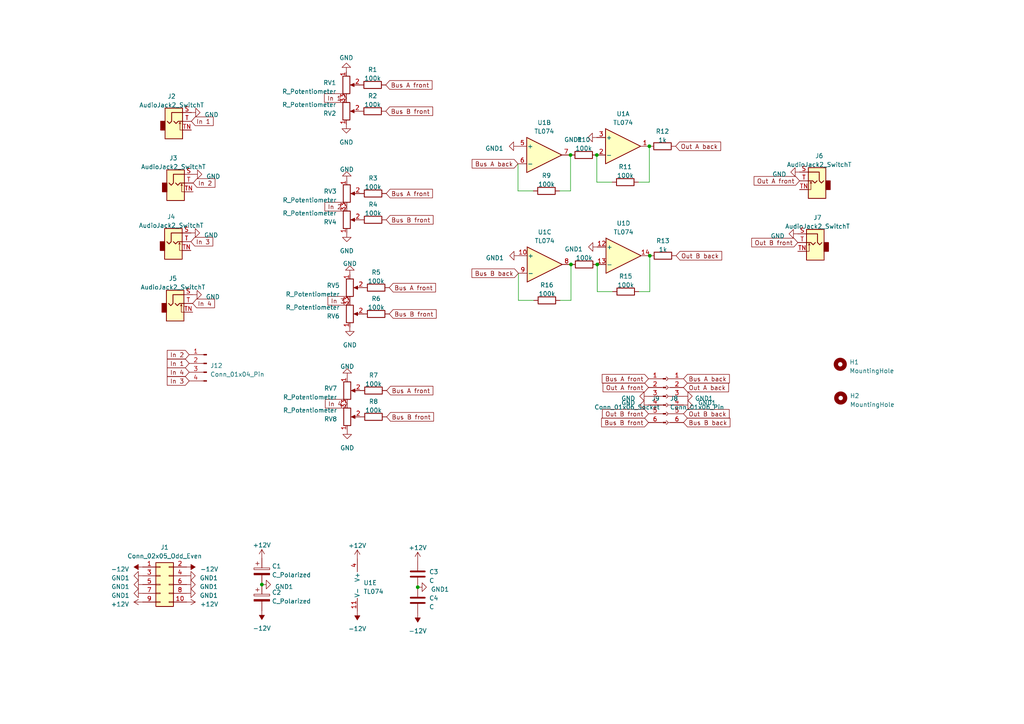
<source format=kicad_sch>
(kicad_sch (version 20230121) (generator eeschema)
  (paper "A4")
  (lib_symbols
    (symbol "Amplifier_Operational:TL074" (pin_names (offset 0.127))
      (property "Reference" "U" (at 0 5.08 0))
      (property "Value" "TL074" (at 0 -5.08 0))
      (symbol "TL074_1_1"
        (polyline (pts (xy -5.08 5.08) (xy 5.08 0) (xy -5.08 -5.08) (xy -5.08 5.08)) (stroke (width 0.254)) (fill (type background)))
        (pin output line (at 7.62 0 180) (length 2.54) (name "~") (number "1"))
        (pin input line (at -7.62 -2.54 0) (length 2.54) (name "-") (number "2"))
        (pin input line (at -7.62 2.54 0) (length 2.54) (name "+") (number "3"))
      )
      (symbol "TL074_2_1"
        (polyline (pts (xy -5.08 5.08) (xy 5.08 0) (xy -5.08 -5.08) (xy -5.08 5.08)) (stroke (width 0.254)) (fill (type background)))
        (pin input line (at -7.62 2.54 0) (length 2.54) (name "+") (number "5"))
        (pin input line (at -7.62 -2.54 0) (length 2.54) (name "-") (number "6"))
        (pin output line (at 7.62 0 180) (length 2.54) (name "~") (number "7"))
      )
      (symbol "TL074_3_1"
        (polyline (pts (xy -5.08 5.08) (xy 5.08 0) (xy -5.08 -5.08) (xy -5.08 5.08)) (stroke (width 0.254)) (fill (type background)))
        (pin input line (at -7.62 2.54 0) (length 2.54) (name "+") (number "10"))
        (pin output line (at 7.62 0 180) (length 2.54) (name "~") (number "8"))
        (pin input line (at -7.62 -2.54 0) (length 2.54) (name "-") (number "9"))
      )
      (symbol "TL074_4_1"
        (polyline (pts (xy -5.08 5.08) (xy 5.08 0) (xy -5.08 -5.08) (xy -5.08 5.08)) (stroke (width 0.254)) (fill (type background)))
        (pin input line (at -7.62 2.54 0) (length 2.54) (name "+") (number "12"))
        (pin input line (at -7.62 -2.54 0) (length 2.54) (name "-") (number "13"))
        (pin output line (at 7.62 0 180) (length 2.54) (name "~") (number "14"))
      )
      (symbol "TL074_5_1"
        (pin power_in line (at -2.54 -7.62 90) (length 3.81) (name "V-") (number "11"))
        (pin power_in line (at -2.54 7.62 270) (length 3.81) (name "V+") (number "4"))
      )
    )
    (symbol "Connector:Conn_01x04_Pin" (pin_names (offset 1.016) hide)
      (property "Reference" "J" (at 0 5.08 0))
      (property "Value" "Conn_01x04_Pin" (at 0 -7.62 0))
      (symbol "Conn_01x04_Pin_1_1"
        (polyline (pts (xy 1.27 -5.08) (xy 0.8636 -5.08)) (stroke (width 0.1524)))
        (polyline (pts (xy 1.27 -2.54) (xy 0.8636 -2.54)) (stroke (width 0.1524)))
        (polyline (pts (xy 1.27 0) (xy 0.8636 0)) (stroke (width 0.1524)))
        (polyline (pts (xy 1.27 2.54) (xy 0.8636 2.54)) (stroke (width 0.1524)))
        (rectangle (start 0.8636 -4.953) (end 0 -5.207) (stroke (width 0.1524)) (fill (type outline)))
        (rectangle (start 0.8636 -2.413) (end 0 -2.667) (stroke (width 0.1524)) (fill (type outline)))
        (rectangle (start 0.8636 0.127) (end 0 -0.127) (stroke (width 0.1524)) (fill (type outline)))
        (rectangle (start 0.8636 2.667) (end 0 2.413) (stroke (width 0.1524)) (fill (type outline)))
        (pin passive line (at 5.08 2.54 180) (length 3.81) (name "Pin_1") (number "1"))
        (pin passive line (at 5.08 0 180) (length 3.81) (name "Pin_2") (number "2"))
        (pin passive line (at 5.08 -2.54 180) (length 3.81) (name "Pin_3") (number "3"))
        (pin passive line (at 5.08 -5.08 180) (length 3.81) (name "Pin_4") (number "4"))
      )
    )
    (symbol "Connector:Conn_01x06_Pin" (pin_names (offset 1.016) hide)
      (property "Reference" "J" (at 0 7.62 0))
      (property "Value" "Conn_01x06_Pin" (at 0 -10.16 0))
      (symbol "Conn_01x06_Pin_1_1"
        (polyline (pts (xy 1.27 -7.62) (xy 0.8636 -7.62)) (stroke (width 0.1524)))
        (polyline (pts (xy 1.27 -5.08) (xy 0.8636 -5.08)) (stroke (width 0.1524)))
        (polyline (pts (xy 1.27 -2.54) (xy 0.8636 -2.54)) (stroke (width 0.1524)))
        (polyline (pts (xy 1.27 0) (xy 0.8636 0)) (stroke (width 0.1524)))
        (polyline (pts (xy 1.27 2.54) (xy 0.8636 2.54)) (stroke (width 0.1524)))
        (polyline (pts (xy 1.27 5.08) (xy 0.8636 5.08)) (stroke (width 0.1524)))
        (rectangle (start 0.8636 -7.493) (end 0 -7.747) (stroke (width 0.1524)) (fill (type outline)))
        (rectangle (start 0.8636 -4.953) (end 0 -5.207) (stroke (width 0.1524)) (fill (type outline)))
        (rectangle (start 0.8636 -2.413) (end 0 -2.667) (stroke (width 0.1524)) (fill (type outline)))
        (rectangle (start 0.8636 0.127) (end 0 -0.127) (stroke (width 0.1524)) (fill (type outline)))
        (rectangle (start 0.8636 2.667) (end 0 2.413) (stroke (width 0.1524)) (fill (type outline)))
        (rectangle (start 0.8636 5.207) (end 0 4.953) (stroke (width 0.1524)) (fill (type outline)))
        (pin passive line (at 5.08 5.08 180) (length 3.81) (name "Pin_1") (number "1"))
        (pin passive line (at 5.08 2.54 180) (length 3.81) (name "Pin_2") (number "2"))
        (pin passive line (at 5.08 0 180) (length 3.81) (name "Pin_3") (number "3"))
        (pin passive line (at 5.08 -2.54 180) (length 3.81) (name "Pin_4") (number "4"))
        (pin passive line (at 5.08 -5.08 180) (length 3.81) (name "Pin_5") (number "5"))
        (pin passive line (at 5.08 -7.62 180) (length 3.81) (name "Pin_6") (number "6"))
      )
    )
    (symbol "Connector:Conn_01x06_Socket" (pin_names (offset 1.016) hide)
      (property "Reference" "J" (at 0 7.62 0))
      (property "Value" "Conn_01x06_Socket" (at 0 -10.16 0))
      (symbol "Conn_01x06_Socket_1_1"
        (arc (start 0 -7.112) (mid -0.5058 -7.62) (end 0 -8.128) (stroke (width 0.1524)))
        (arc (start 0 -4.572) (mid -0.5058 -5.08) (end 0 -5.588) (stroke (width 0.1524)))
        (arc (start 0 -2.032) (mid -0.5058 -2.54) (end 0 -3.048) (stroke (width 0.1524)))
        (polyline (pts (xy -1.27 -7.62) (xy -0.508 -7.62)) (stroke (width 0.1524)))
        (polyline (pts (xy -1.27 -5.08) (xy -0.508 -5.08)) (stroke (width 0.1524)))
        (polyline (pts (xy -1.27 -2.54) (xy -0.508 -2.54)) (stroke (width 0.1524)))
        (polyline (pts (xy -1.27 0) (xy -0.508 0)) (stroke (width 0.1524)))
        (polyline (pts (xy -1.27 2.54) (xy -0.508 2.54)) (stroke (width 0.1524)))
        (polyline (pts (xy -1.27 5.08) (xy -0.508 5.08)) (stroke (width 0.1524)))
        (arc (start 0 0.508) (mid -0.5058 0) (end 0 -0.508) (stroke (width 0.1524)))
        (arc (start 0 3.048) (mid -0.5058 2.54) (end 0 2.032) (stroke (width 0.1524)))
        (arc (start 0 5.588) (mid -0.5058 5.08) (end 0 4.572) (stroke (width 0.1524)))
        (pin passive line (at -5.08 5.08 0) (length 3.81) (name "Pin_1") (number "1"))
        (pin passive line (at -5.08 2.54 0) (length 3.81) (name "Pin_2") (number "2"))
        (pin passive line (at -5.08 0 0) (length 3.81) (name "Pin_3") (number "3"))
        (pin passive line (at -5.08 -2.54 0) (length 3.81) (name "Pin_4") (number "4"))
        (pin passive line (at -5.08 -5.08 0) (length 3.81) (name "Pin_5") (number "5"))
        (pin passive line (at -5.08 -7.62 0) (length 3.81) (name "Pin_6") (number "6"))
      )
    )
    (symbol "Connector_Audio:AudioJack2_SwitchT"
      (property "Reference" "J" (at 0 8.89 0))
      (property "Value" "AudioJack2_SwitchT" (at 0 6.35 0))
      (symbol "AudioJack2_SwitchT_0_1"
        (rectangle (start -2.54 0) (end -3.81 -2.54) (stroke (width 0.254)) (fill (type outline)))
        (polyline (pts (xy 1.778 -0.254) (xy 2.032 -0.762)))
        (polyline (pts (xy 0 0) (xy 0.635 -0.635) (xy 1.27 0) (xy 2.54 0)) (stroke (width 0.254)))
        (polyline (pts (xy 2.54 -2.54) (xy 1.778 -2.54) (xy 1.778 -0.254) (xy 1.524 -0.762)))
        (polyline (pts (xy 2.54 2.54) (xy -0.635 2.54) (xy -0.635 0) (xy -1.27 -0.635) (xy -1.905 0)) (stroke (width 0.254)))
        (rectangle (start 2.54 3.81) (end -2.54 -5.08) (stroke (width 0.254)) (fill (type background)))
      )
      (symbol "AudioJack2_SwitchT_1_1"
        (pin passive line (at 5.08 2.54 180) (length 2.54) (name "~") (number "S"))
        (pin passive line (at 5.08 0 180) (length 2.54) (name "~") (number "T"))
        (pin passive line (at 5.08 -2.54 180) (length 2.54) (name "~") (number "TN"))
      )
    )
    (symbol "Connector_Generic:Conn_02x05_Odd_Even" (pin_names (offset 1.016) hide)
      (property "Reference" "J" (at 1.27 7.62 0))
      (property "Value" "Conn_02x05_Odd_Even" (at 1.27 -7.62 0))
      (symbol "Conn_02x05_Odd_Even_1_1"
        (rectangle (start -1.27 -4.953) (end 0 -5.207) (stroke (width 0.1524)))
        (rectangle (start -1.27 -2.413) (end 0 -2.667) (stroke (width 0.1524)))
        (rectangle (start -1.27 0.127) (end 0 -0.127) (stroke (width 0.1524)))
        (rectangle (start -1.27 2.667) (end 0 2.413) (stroke (width 0.1524)))
        (rectangle (start -1.27 5.207) (end 0 4.953) (stroke (width 0.1524)))
        (rectangle (start -1.27 6.35) (end 3.81 -6.35) (stroke (width 0.254)) (fill (type background)))
        (rectangle (start 3.81 -4.953) (end 2.54 -5.207) (stroke (width 0.1524)))
        (rectangle (start 3.81 -2.413) (end 2.54 -2.667) (stroke (width 0.1524)))
        (rectangle (start 3.81 0.127) (end 2.54 -0.127) (stroke (width 0.1524)))
        (rectangle (start 3.81 2.667) (end 2.54 2.413) (stroke (width 0.1524)))
        (rectangle (start 3.81 5.207) (end 2.54 4.953) (stroke (width 0.1524)))
        (pin passive line (at -5.08 5.08 0) (length 3.81) (name "Pin_1") (number "1"))
        (pin passive line (at 7.62 -5.08 180) (length 3.81) (name "Pin_10") (number "10"))
        (pin passive line (at 7.62 5.08 180) (length 3.81) (name "Pin_2") (number "2"))
        (pin passive line (at -5.08 2.54 0) (length 3.81) (name "Pin_3") (number "3"))
        (pin passive line (at 7.62 2.54 180) (length 3.81) (name "Pin_4") (number "4"))
        (pin passive line (at -5.08 0 0) (length 3.81) (name "Pin_5") (number "5"))
        (pin passive line (at 7.62 0 180) (length 3.81) (name "Pin_6") (number "6"))
        (pin passive line (at -5.08 -2.54 0) (length 3.81) (name "Pin_7") (number "7"))
        (pin passive line (at 7.62 -2.54 180) (length 3.81) (name "Pin_8") (number "8"))
        (pin passive line (at -5.08 -5.08 0) (length 3.81) (name "Pin_9") (number "9"))
      )
    )
    (symbol "Device:C" (pin_numbers hide) (pin_names (offset 0.254))
      (property "Reference" "C" (at 0.635 2.54 0))
      (property "Value" "C" (at 0.635 -2.54 0))
      (symbol "C_0_1"
        (polyline (pts (xy -2.032 -0.762) (xy 2.032 -0.762)) (stroke (width 0.508)))
        (polyline (pts (xy -2.032 0.762) (xy 2.032 0.762)) (stroke (width 0.508)))
      )
      (symbol "C_1_1"
        (pin passive line (at 0 3.81 270) (length 2.794) (name "~") (number "1"))
        (pin passive line (at 0 -3.81 90) (length 2.794) (name "~") (number "2"))
      )
    )
    (symbol "Device:C_Polarized" (pin_numbers hide) (pin_names (offset 0.254))
      (property "Reference" "C" (at 0.635 2.54 0))
      (property "Value" "C_Polarized" (at 0.635 -2.54 0))
      (symbol "C_Polarized_0_1"
        (rectangle (start -2.286 0.508) (end 2.286 1.016))
        (polyline (pts (xy -1.778 2.286) (xy -0.762 2.286)))
        (polyline (pts (xy -1.27 2.794) (xy -1.27 1.778)))
        (rectangle (start 2.286 -0.508) (end -2.286 -1.016) (fill (type outline)))
      )
      (symbol "C_Polarized_1_1"
        (pin passive line (at 0 3.81 270) (length 2.794) (name "~") (number "1"))
        (pin passive line (at 0 -3.81 90) (length 2.794) (name "~") (number "2"))
      )
    )
    (symbol "Device:R" (pin_numbers hide) (pin_names (offset 0))
      (property "Reference" "R" (at 2.032 0 90))
      (property "Value" "R" (at 0 0 90))
      (symbol "R_0_1"
        (rectangle (start -1.016 -2.54) (end 1.016 2.54) (stroke (width 0.254)))
      )
      (symbol "R_1_1"
        (pin passive line (at 0 3.81 270) (length 1.27) (name "~") (number "1"))
        (pin passive line (at 0 -3.81 90) (length 1.27) (name "~") (number "2"))
      )
    )
    (symbol "Device:R_Potentiometer" (pin_names (offset 1.016) hide)
      (property "Reference" "RV" (at -4.445 0 90))
      (property "Value" "R_Potentiometer" (at -2.54 0 90))
      (symbol "R_Potentiometer_0_1"
        (polyline (pts (xy 2.54 0) (xy 1.524 0)))
        (polyline (pts (xy 1.143 0) (xy 2.286 0.508) (xy 2.286 -0.508) (xy 1.143 0)) (fill (type outline)))
        (rectangle (start 1.016 2.54) (end -1.016 -2.54) (stroke (width 0.254)))
      )
      (symbol "R_Potentiometer_1_1"
        (pin passive line (at 0 3.81 270) (length 1.27) (name "1") (number "1"))
        (pin passive line (at 3.81 0 180) (length 1.27) (name "2") (number "2"))
        (pin passive line (at 0 -3.81 90) (length 1.27) (name "3") (number "3"))
      )
    )
    (symbol "Mechanical:MountingHole" (pin_names (offset 1.016))
      (property "Reference" "H" (at 0 5.08 0))
      (property "Value" "MountingHole" (at 0 3.175 0))
      (symbol "MountingHole_0_1"
        (circle (center 0 0) (radius 1.27) (stroke (width 1.27)))
      )
    )
    (symbol "power:+12V" (power) (pin_names (offset 0))
      (property "Value" "+12V" (at 0 3.556 0))
      (symbol "+12V_0_1"
        (polyline (pts (xy -0.762 1.27) (xy 0 2.54)))
        (polyline (pts (xy 0 0) (xy 0 2.54)))
        (polyline (pts (xy 0 2.54) (xy 0.762 1.27)))
      )
      (symbol "+12V_1_1"
        (pin power_in line (at 0 0 90) (length 0) hide (name "+12V") (number "1"))
      )
    )
    (symbol "power:-12V" (power) (pin_names (offset 0))
      (property "Value" "-12V" (at 0 3.81 0))
      (symbol "-12V_0_0"
        (pin power_in line (at 0 0 90) (length 0) hide (name "-12V") (number "1"))
      )
      (symbol "-12V_0_1"
        (polyline (pts (xy 0 0) (xy 0 1.27) (xy 0.762 1.27) (xy 0 2.54) (xy -0.762 1.27) (xy 0 1.27)) (fill (type outline)))
      )
    )
    (symbol "power:GND" (power) (pin_names (offset 0))
      (property "Value" "GND" (at 0 -3.81 0))
      (symbol "GND_0_1"
        (polyline (pts (xy 0 0) (xy 0 -1.27) (xy 1.27 -1.27) (xy 0 -2.54) (xy -1.27 -1.27) (xy 0 -1.27)))
      )
      (symbol "GND_1_1"
        (pin power_in line (at 0 0 270) (length 0) hide (name "GND") (number "1"))
      )
    )
    (symbol "power:GND1" (power) (pin_names (offset 0))
      (property "Value" "GND1" (at 0 -3.81 0))
      (symbol "GND1_0_1"
        (polyline (pts (xy 0 0) (xy 0 -1.27) (xy 1.27 -1.27) (xy 0 -2.54) (xy -1.27 -1.27) (xy 0 -1.27)))
      )
      (symbol "GND1_1_1"
        (pin power_in line (at 0 0 270) (length 0) hide (name "GND1") (number "1"))
      )
    )
  )
  (junction (at 188.468 74.168))
  (junction (at 75.946 169.545))
  (junction (at 173.228 76.708))
  (junction (at 165.481 44.958))
  (junction (at 121.158 170.307))
  (junction (at 173.101 44.958))
  (junction (at 188.341 42.418))
  (junction (at 165.608 76.708))
  (wire (pts (xy 173.228 76.708) (xy 173.228 84.582)))
  (wire (pts (xy 185.166 52.832) (xy 188.341 52.832)))
  (wire (pts (xy 150.241 47.498) (xy 150.241 55.372)))
  (wire (pts (xy 162.306 55.372) (xy 165.481 55.372)))
  (wire (pts (xy 150.241 55.372) (xy 154.686 55.372)))
  (wire (pts (xy 150.368 79.248) (xy 150.368 87.122)))
  (wire (pts (xy 165.481 55.372) (xy 165.481 44.958)))
  (wire (pts (xy 150.368 87.122) (xy 154.813 87.122)))
  (wire (pts (xy 173.101 44.958) (xy 173.101 52.832)))
  (wire (pts (xy 162.433 87.122) (xy 165.608 87.122)))
  (wire (pts (xy 173.101 52.832) (xy 177.546 52.832)))
  (wire (pts (xy 165.608 87.122) (xy 165.608 76.708)))
  (wire (pts (xy 188.468 84.582) (xy 188.468 74.168)))
  (wire (pts (xy 185.293 84.582) (xy 188.468 84.582)))
  (wire (pts (xy 188.341 52.832) (xy 188.341 42.418)))
  (wire (pts (xy 173.228 84.582) (xy 177.673 84.582)))
  (global_label "In 1" (shape input) (at 100.457 28.448 180) (property "Intersheetrefs" "${INTERSHEET_REFS}" (effects hide)))
  (global_label "Out A front" (shape input) (at 231.902 52.451 180) (property "Intersheetrefs" "${INTERSHEET_REFS}" (effects hide)))
  (global_label "Bus A front" (shape input) (at 112.014 56.134 0) (property "Intersheetrefs" "${INTERSHEET_REFS}" (effects hide)))
  (global_label "Bus B front" (shape input) (at 112.014 63.754 0) (property "Intersheetrefs" "${INTERSHEET_REFS}" (effects hide)))
  (global_label "In 4" (shape input) (at 55.88 88.011 0) (property "Intersheetrefs" "${INTERSHEET_REFS}" (effects hide)))
  (global_label "In 3" (shape input) (at 54.864 110.49 180) (property "Intersheetrefs" "${INTERSHEET_REFS}" (effects hide)))
  (global_label "Out A back" (shape input) (at 198.247 112.395 0) (property "Intersheetrefs" "${INTERSHEET_REFS}" (effects hide)))
  (global_label "Bus B back" (shape input) (at 198.247 122.555 0) (property "Intersheetrefs" "${INTERSHEET_REFS}" (effects hide)))
  (global_label "Bus B front" (shape input) (at 112.903 91.059 0) (property "Intersheetrefs" "${INTERSHEET_REFS}" (effects hide)))
  (global_label "Out B front" (shape input) (at 188.087 120.015 180) (property "Intersheetrefs" "${INTERSHEET_REFS}" (effects hide)))
  (global_label "Bus B front" (shape input) (at 188.087 122.555 180) (property "Intersheetrefs" "${INTERSHEET_REFS}" (effects hide)))
  (global_label "Bus A front" (shape input) (at 112.141 113.284 0) (property "Intersheetrefs" "${INTERSHEET_REFS}" (effects hide)))
  (global_label "Out B front" (shape input) (at 231.394 70.358 180) (property "Intersheetrefs" "${INTERSHEET_REFS}" (effects hide)))
  (global_label "In 3" (shape input) (at 101.473 87.249 180) (property "Intersheetrefs" "${INTERSHEET_REFS}" (effects hide)))
  (global_label "Bus B front" (shape input) (at 112.141 120.904 0) (property "Intersheetrefs" "${INTERSHEET_REFS}" (effects hide)))
  (global_label "Bus A front" (shape input) (at 188.087 109.855 180) (property "Intersheetrefs" "${INTERSHEET_REFS}" (effects hide)))
  (global_label "Bus B back" (shape input) (at 150.368 79.248 180) (property "Intersheetrefs" "${INTERSHEET_REFS}" (effects hide)))
  (global_label "In 4" (shape input) (at 100.711 117.094 180) (property "Intersheetrefs" "${INTERSHEET_REFS}" (effects hide)))
  (global_label "Out B back" (shape input) (at 196.088 74.168 0) (property "Intersheetrefs" "${INTERSHEET_REFS}" (effects hide)))
  (global_label "In 4" (shape input) (at 54.864 107.95 180) (property "Intersheetrefs" "${INTERSHEET_REFS}" (effects hide)))
  (global_label "In 3" (shape input) (at 55.372 70.104 0) (property "Intersheetrefs" "${INTERSHEET_REFS}" (effects hide)))
  (global_label "In 2" (shape input) (at 56.007 53.086 0) (property "Intersheetrefs" "${INTERSHEET_REFS}" (effects hide)))
  (global_label "Bus A front" (shape input) (at 111.887 24.638 0) (property "Intersheetrefs" "${INTERSHEET_REFS}" (effects hide)))
  (global_label "Bus A back" (shape input) (at 150.241 47.498 180) (property "Intersheetrefs" "${INTERSHEET_REFS}" (effects hide)))
  (global_label "Out A back" (shape input) (at 195.961 42.418 0) (property "Intersheetrefs" "${INTERSHEET_REFS}" (effects hide)))
  (global_label "Out B back" (shape input) (at 198.247 120.015 0) (property "Intersheetrefs" "${INTERSHEET_REFS}" (effects hide)))
  (global_label "In 2" (shape input) (at 100.584 59.944 180) (property "Intersheetrefs" "${INTERSHEET_REFS}" (effects hide)))
  (global_label "In 1" (shape input) (at 55.499 35.179 0) (property "Intersheetrefs" "${INTERSHEET_REFS}" (effects hide)))
  (global_label "Out A front" (shape input) (at 188.087 112.395 180) (property "Intersheetrefs" "${INTERSHEET_REFS}" (effects hide)))
  (global_label "Bus A front" (shape input) (at 112.903 83.439 0) (property "Intersheetrefs" "${INTERSHEET_REFS}" (effects hide)))
  (global_label "Bus B front" (shape input) (at 111.887 32.258 0) (property "Intersheetrefs" "${INTERSHEET_REFS}" (effects hide)))
  (global_label "In 1" (shape input) (at 54.864 105.41 180) (property "Intersheetrefs" "${INTERSHEET_REFS}" (effects hide)))
  (global_label "In 2" (shape input) (at 54.864 102.87 180) (property "Intersheetrefs" "${INTERSHEET_REFS}" (effects hide)))
  (global_label "Bus A back" (shape input) (at 198.247 109.855 0) (property "Intersheetrefs" "${INTERSHEET_REFS}" (effects hide)))
  (symbol (lib_id "Device:R") (at 158.496 55.372 90) (unit 1)
    (property "Reference" "R9" (at 158.496 50.927 90))
    (property "Value" "100k" (at 158.496 53.467 90))
    (property "Footprint" "Resistor_SMD:R_0805_2012Metric_Pad1.20x1.40mm_HandSolder" (effects hide))
  )
  (symbol (lib_id "Device:R") (at 181.356 52.832 90) (unit 1)
    (property "Reference" "R11" (at 181.356 48.387 90))
    (property "Value" "100k" (at 181.356 50.927 90))
    (property "Footprint" "Resistor_SMD:R_0805_2012Metric_Pad1.20x1.40mm_HandSolder" (effects hide))
  )
  (symbol (lib_id "power:GND1") (at 41.402 169.545 270) (mirror x) (unit 1)
    (property "Reference" "#PWR010" (effects hide))
    (property "Value" "GND1" (at 37.592 170.18 90) (effects (justify right)))
  )
  (symbol (lib_id "power:GND") (at 100.457 20.828 180) (unit 1)
    (property "Reference" "#PWR018" (effects hide))
    (property "Value" "GND" (at 100.457 16.764 0))
  )
  (symbol (lib_id "Amplifier_Operational:TL074") (at 180.721 42.418 0) (unit 1)
    (property "Reference" "U1" (at 180.721 33.02 0))
    (property "Value" "TL074" (at 180.721 35.56 0))
    (property "Footprint" "Package_SO:SOIC-14_3.9x8.7mm_P1.27mm" (effects hide))
    (property "Datasheet" "http://www.ti.com/lit/ds/symlink/tl071.pdf" (effects hide))
  )
  (symbol (lib_id "power:GND") (at 101.473 94.869 0) (unit 1)
    (property "Reference" "#PWR023" (effects hide))
    (property "Value" "GND" (at 101.473 100.076 0))
  )
  (symbol (lib_id "power:GND1") (at 173.101 39.878 270) (unit 1)
    (property "Reference" "#PWR029" (effects hide))
    (property "Value" "GND1" (at 168.91 40.513 90) (effects (justify right)))
  )
  (symbol (lib_id "Amplifier_Operational:TL074") (at 106.172 169.672 0) (unit 5)
    (property "Reference" "U1" (at 105.41 169.037 0) (effects (justify left)))
    (property "Value" "TL074" (at 105.41 171.577 0) (effects (justify left)))
    (property "Footprint" "Package_SO:SOIC-14_3.9x8.7mm_P1.27mm" (effects hide))
    (property "Datasheet" "http://www.ti.com/lit/ds/symlink/tl071.pdf" (effects hide))
  )
  (symbol (lib_id "Device:R") (at 108.204 56.134 90) (unit 1)
    (property "Reference" "R3" (at 108.204 51.689 90))
    (property "Value" "100k" (at 108.204 54.229 90))
    (property "Footprint" "Resistor_SMD:R_0805_2012Metric_Pad1.20x1.40mm_HandSolder" (effects hide))
  )
  (symbol (lib_id "Device:R") (at 192.151 42.418 90) (unit 1)
    (property "Reference" "R12" (at 192.151 38.1 90))
    (property "Value" "1k" (at 192.151 40.64 90))
    (property "Footprint" "Resistor_SMD:R_0805_2012Metric_Pad1.20x1.40mm_HandSolder" (effects hide))
  )
  (symbol (lib_id "power:GND") (at 100.584 52.324 180) (unit 1)
    (property "Reference" "#PWR020" (effects hide))
    (property "Value" "GND" (at 100.584 49.149 0))
  )
  (symbol (lib_id "power:+12V") (at 41.402 174.625 90) (unit 1)
    (property "Reference" "#PWR05" (effects hide))
    (property "Value" "+12V" (at 37.465 175.26 90) (effects (justify left)))
  )
  (symbol (lib_id "Device:R") (at 169.418 76.708 90) (unit 1)
    (property "Reference" "R14" (effects hide))
    (property "Value" "100k" (at 169.418 74.803 90))
    (property "Footprint" "Resistor_SMD:R_0805_2012Metric_Pad1.20x1.40mm_HandSolder" (effects hide))
  )
  (symbol (lib_id "Connector:Conn_01x06_Socket") (at 193.167 114.935 0) (mirror y) (unit 1)
    (property "Reference" "J9" (at 191.389 115.57 0) (effects (justify left)))
    (property "Value" "Conn_01x06_Socket" (at 191.389 118.11 0) (effects (justify left)))
    (property "Footprint" "Connector_PinSocket_2.54mm:PinSocket_1x06_P2.54mm_Vertical" (effects hide))
  )
  (symbol (lib_id "power:+12V") (at 54.102 174.625 270) (mirror x) (unit 1)
    (property "Reference" "#PWR013" (effects hide))
    (property "Value" "+12V" (at 58.039 175.26 90) (effects (justify left)))
  )
  (symbol (lib_id "power:GND") (at 55.372 67.564 90) (unit 1)
    (property "Reference" "#PWR015" (effects hide))
    (property "Value" "GND" (at 59.182 68.199 90) (effects (justify right)))
  )
  (symbol (lib_id "power:GND1") (at 75.946 169.545 90) (unit 1)
    (property "Reference" "#PWR037" (effects hide))
    (property "Value" "GND1" (at 79.756 170.18 90) (effects (justify right)))
  )
  (symbol (lib_id "Device:R_Potentiometer") (at 100.711 120.904 0) (mirror x) (unit 1)
    (property "Reference" "RV8" (at 97.79 121.539 0) (effects (justify right)))
    (property "Value" "R_Potentiometer" (at 97.79 118.999 0) (effects (justify right)))
    (property "Footprint" "Pale Slim Ghost:Potentiometer_Alpha_RD901F-40-00D_Single_Vertical" (effects hide))
  )
  (symbol (lib_id "Connector_Audio:AudioJack2_SwitchT") (at 50.927 53.086 0) (unit 1)
    (property "Reference" "J3" (at 50.292 45.847 0))
    (property "Value" "AudioJack2_SwitchT" (at 50.292 48.387 0))
    (property "Footprint" "Pale Slim Ghost:Jack_3.5mm_QingPu_WQP-PJ301BM_Vertical" (effects hide))
  )
  (symbol (lib_id "Device:R") (at 109.093 83.439 90) (unit 1)
    (property "Reference" "R5" (at 109.093 78.994 90))
    (property "Value" "100k" (at 109.093 81.534 90))
    (property "Footprint" "Resistor_SMD:R_0805_2012Metric_Pad1.20x1.40mm_HandSolder" (effects hide))
  )
  (symbol (lib_id "power:GND1") (at 54.102 169.545 90) (unit 1)
    (property "Reference" "#PWR06" (effects hide))
    (property "Value" "GND1" (at 57.912 170.18 90) (effects (justify right)))
  )
  (symbol (lib_id "Device:C") (at 121.158 166.497 0) (unit 1)
    (property "Reference" "C3" (at 124.46 165.862 0) (effects (justify left)))
    (property "Value" "C" (at 124.46 168.402 0) (effects (justify left)))
    (property "Footprint" "Capacitor_SMD:C_0805_2012Metric_Pad1.18x1.45mm_HandSolder" (effects hide))
  )
  (symbol (lib_id "Connector_Generic:Conn_02x05_Odd_Even") (at 46.482 169.545 0) (unit 1)
    (property "Reference" "J1" (at 47.752 158.75 0))
    (property "Value" "Conn_02x05_Odd_Even" (at 47.752 161.29 0))
    (property "Footprint" "Connector_PinHeader_2.54mm:PinHeader_2x05_P2.54mm_Horizontal" (effects hide))
  )
  (symbol (lib_id "power:GND") (at 56.007 50.546 90) (unit 1)
    (property "Reference" "#PWR016" (effects hide))
    (property "Value" "GND" (at 59.817 51.181 90) (effects (justify right)))
  )
  (symbol (lib_id "Device:R") (at 169.291 44.958 90) (unit 1)
    (property "Reference" "R10" (at 169.291 40.513 90))
    (property "Value" "100k" (at 169.291 43.053 90))
    (property "Footprint" "Resistor_SMD:R_0805_2012Metric_Pad1.20x1.40mm_HandSolder" (effects hide))
  )
  (symbol (lib_id "power:+12V") (at 75.946 161.925 0) (unit 1)
    (property "Reference" "#PWR02" (effects hide))
    (property "Value" "+12V" (at 75.946 158.115 0))
  )
  (symbol (lib_id "Device:R") (at 109.093 91.059 90) (unit 1)
    (property "Reference" "R6" (at 109.093 86.614 90))
    (property "Value" "100k" (at 109.093 89.154 90))
    (property "Footprint" "Resistor_SMD:R_0805_2012Metric_Pad1.20x1.40mm_HandSolder" (effects hide))
  )
  (symbol (lib_id "Device:R") (at 108.077 32.258 90) (unit 1)
    (property "Reference" "R2" (at 108.077 27.813 90))
    (property "Value" "100k" (at 108.077 30.353 90))
    (property "Footprint" "Resistor_SMD:R_0805_2012Metric_Pad1.20x1.40mm_HandSolder" (effects hide))
  )
  (symbol (lib_id "Device:R_Potentiometer") (at 100.584 56.134 0) (unit 1)
    (property "Reference" "RV3" (at 97.663 55.499 0) (effects (justify right)))
    (property "Value" "R_Potentiometer" (at 97.663 58.039 0) (effects (justify right)))
    (property "Footprint" "Pale Slim Ghost:Potentiometer_Alpha_RD901F-40-00D_Single_Vertical" (effects hide))
  )
  (symbol (lib_id "Device:R_Potentiometer") (at 100.457 24.638 0) (unit 1)
    (property "Reference" "RV1" (at 97.536 24.003 0) (effects (justify right)))
    (property "Value" "R_Potentiometer" (at 97.536 26.543 0) (effects (justify right)))
    (property "Footprint" "Pale Slim Ghost:Potentiometer_Alpha_RD901F-40-00D_Single_Vertical" (effects hide))
  )
  (symbol (lib_id "power:-12V") (at 75.946 177.165 180) (unit 1)
    (property "Reference" "#PWR03" (effects hide))
    (property "Value" "-12V" (at 75.946 182.245 0))
  )
  (symbol (lib_id "power:GND") (at 231.394 67.818 270) (unit 1)
    (property "Reference" "#PWR033" (effects hide))
    (property "Value" "GND" (at 227.584 68.453 90) (effects (justify right)))
  )
  (symbol (lib_id "power:GND") (at 55.88 85.471 90) (unit 1)
    (property "Reference" "#PWR014" (effects hide))
    (property "Value" "GND" (at 59.69 86.106 90) (effects (justify right)))
  )
  (symbol (lib_id "power:GND") (at 55.499 32.639 90) (unit 1)
    (property "Reference" "#PWR017" (effects hide))
    (property "Value" "GND" (at 59.309 33.274 90) (effects (justify right)))
  )
  (symbol (lib_id "Device:R_Potentiometer") (at 100.711 113.284 0) (unit 1)
    (property "Reference" "RV7" (at 97.79 112.649 0) (effects (justify right)))
    (property "Value" "R_Potentiometer" (at 97.79 115.189 0) (effects (justify right)))
    (property "Footprint" "Pale Slim Ghost:Potentiometer_Alpha_RD901F-40-00D_Single_Vertical" (effects hide))
  )
  (symbol (lib_id "Connector_Audio:AudioJack2_SwitchT") (at 236.474 70.358 0) (mirror y) (unit 1)
    (property "Reference" "J7" (at 237.109 63.119 0))
    (property "Value" "AudioJack2_SwitchT" (at 237.109 65.659 0))
    (property "Footprint" "Pale Slim Ghost:Jack_3.5mm_QingPu_WQP-PJ301BM_Vertical" (effects hide))
  )
  (symbol (lib_id "Amplifier_Operational:TL074") (at 157.988 76.708 0) (unit 3)
    (property "Reference" "U1" (at 157.988 67.31 0))
    (property "Value" "TL074" (at 157.988 69.85 0))
    (property "Footprint" "Package_SO:SOIC-14_3.9x8.7mm_P1.27mm" (effects hide))
    (property "Datasheet" "http://www.ti.com/lit/ds/symlink/tl071.pdf" (effects hide))
  )
  (symbol (lib_id "Mechanical:MountingHole") (at 243.713 105.664 0) (unit 1)
    (property "Reference" "H1" (at 246.38 105.029 0) (effects (justify left)))
    (property "Value" "MountingHole" (at 246.38 107.569 0) (effects (justify left)))
    (property "Footprint" "MountingHole:MountingHole_2.2mm_M2" (effects hide))
  )
  (symbol (lib_id "power:GND1") (at 173.228 71.628 270) (unit 1)
    (property "Reference" "#PWR030" (effects hide))
    (property "Value" "GND1" (at 169.037 72.263 90) (effects (justify right)))
  )
  (symbol (lib_id "Device:R_Potentiometer") (at 100.457 32.258 0) (mirror x) (unit 1)
    (property "Reference" "RV2" (at 97.536 32.893 0) (effects (justify right)))
    (property "Value" "R_Potentiometer" (at 97.536 30.353 0) (effects (justify right)))
    (property "Footprint" "Pale Slim Ghost:Potentiometer_Alpha_RD901F-40-00D_Single_Vertical" (effects hide))
  )
  (symbol (lib_id "power:GND") (at 100.711 109.474 180) (unit 1)
    (property "Reference" "#PWR024" (effects hide))
    (property "Value" "GND" (at 100.711 106.299 0))
  )
  (symbol (lib_id "power:GND") (at 100.711 124.714 0) (unit 1)
    (property "Reference" "#PWR025" (effects hide))
    (property "Value" "GND" (at 100.711 129.921 0))
  )
  (symbol (lib_id "power:GND") (at 188.087 114.935 270) (mirror x) (unit 1)
    (property "Reference" "#PWR038" (effects hide))
    (property "Value" "GND" (at 184.277 115.57 90) (effects (justify right)))
  )
  (symbol (lib_id "Connector_Audio:AudioJack2_SwitchT") (at 50.419 35.179 0) (unit 1)
    (property "Reference" "J2" (at 49.784 27.94 0))
    (property "Value" "AudioJack2_SwitchT" (at 49.784 30.48 0))
    (property "Footprint" "Pale Slim Ghost:Jack_3.5mm_QingPu_WQP-PJ301BM_Vertical" (effects hide))
  )
  (symbol (lib_id "Connector_Audio:AudioJack2_SwitchT") (at 50.292 70.104 0) (unit 1)
    (property "Reference" "J4" (at 49.657 62.865 0))
    (property "Value" "AudioJack2_SwitchT" (at 49.657 65.405 0))
    (property "Footprint" "Pale Slim Ghost:Jack_3.5mm_QingPu_WQP-PJ301BM_Vertical" (effects hide))
  )
  (symbol (lib_id "power:-12V") (at 121.158 177.927 180) (unit 1)
    (property "Reference" "#PWR036" (effects hide))
    (property "Value" "-12V" (at 121.158 183.007 0))
  )
  (symbol (lib_id "power:GND1") (at 41.402 167.005 270) (mirror x) (unit 1)
    (property "Reference" "#PWR08" (effects hide))
    (property "Value" "GND1" (at 37.592 167.64 90) (effects (justify right)))
  )
  (symbol (lib_id "power:-12V") (at 41.402 164.465 90) (unit 1)
    (property "Reference" "#PWR04" (effects hide))
    (property "Value" "-12V" (at 37.465 165.1 90) (effects (justify left)))
  )
  (symbol (lib_id "Amplifier_Operational:TL074") (at 157.861 44.958 0) (unit 2)
    (property "Reference" "U1" (at 157.861 35.56 0))
    (property "Value" "TL074" (at 157.861 38.1 0))
    (property "Footprint" "Package_SO:SOIC-14_3.9x8.7mm_P1.27mm" (effects hide))
    (property "Datasheet" "http://www.ti.com/lit/ds/symlink/tl071.pdf" (effects hide))
  )
  (symbol (lib_id "power:GND1") (at 41.402 172.085 270) (mirror x) (unit 1)
    (property "Reference" "#PWR011" (effects hide))
    (property "Value" "GND1" (at 37.592 172.72 90) (effects (justify right)))
  )
  (symbol (lib_id "Device:R") (at 158.623 87.122 90) (unit 1)
    (property "Reference" "R16" (at 158.623 82.677 90))
    (property "Value" "100k" (at 158.623 85.217 90))
    (property "Footprint" "Resistor_SMD:R_0805_2012Metric_Pad1.20x1.40mm_HandSolder" (effects hide))
  )
  (symbol (lib_id "power:GND1") (at 54.102 172.085 90) (unit 1)
    (property "Reference" "#PWR07" (effects hide))
    (property "Value" "GND1" (at 57.912 172.72 90) (effects (justify right)))
  )
  (symbol (lib_id "power:GND") (at 231.902 49.911 270) (unit 1)
    (property "Reference" "#PWR032" (effects hide))
    (property "Value" "GND" (at 228.092 50.546 90) (effects (justify right)))
  )
  (symbol (lib_id "power:GND1") (at 198.247 114.935 90) (unit 1)
    (property "Reference" "#PWR012" (effects hide))
    (property "Value" "GND1" (at 201.549 115.57 90) (effects (justify right)))
  )
  (symbol (lib_id "Device:R") (at 108.331 120.904 90) (unit 1)
    (property "Reference" "R8" (at 108.331 116.459 90))
    (property "Value" "100k" (at 108.331 118.999 90))
    (property "Footprint" "Resistor_SMD:R_0805_2012Metric_Pad1.20x1.40mm_HandSolder" (effects hide))
  )
  (symbol (lib_id "Device:R") (at 108.077 24.638 90) (unit 1)
    (property "Reference" "R1" (at 108.077 20.193 90))
    (property "Value" "100k" (at 108.077 22.733 90))
    (property "Footprint" "Resistor_SMD:R_0805_2012Metric_Pad1.20x1.40mm_HandSolder" (effects hide))
  )
  (symbol (lib_id "Device:R_Potentiometer") (at 100.584 63.754 0) (mirror x) (unit 1)
    (property "Reference" "RV4" (at 97.663 64.389 0) (effects (justify right)))
    (property "Value" "R_Potentiometer" (at 97.663 61.849 0) (effects (justify right)))
    (property "Footprint" "Pale Slim Ghost:Potentiometer_Alpha_RD901F-40-00D_Single_Vertical" (effects hide))
  )
  (symbol (lib_id "power:GND") (at 100.457 36.068 0) (unit 1)
    (property "Reference" "#PWR019" (effects hide))
    (property "Value" "GND" (at 100.457 41.275 0))
  )
  (symbol (lib_id "Amplifier_Operational:TL074") (at 180.848 74.168 0) (unit 4)
    (property "Reference" "U1" (at 180.848 64.77 0))
    (property "Value" "TL074" (at 180.848 67.31 0))
    (property "Footprint" "Package_SO:SOIC-14_3.9x8.7mm_P1.27mm" (effects hide))
    (property "Datasheet" "http://www.ti.com/lit/ds/symlink/tl071.pdf" (effects hide))
  )
  (symbol (lib_id "power:GND1") (at 150.241 42.418 270) (unit 1)
    (property "Reference" "#PWR028" (effects hide))
    (property "Value" "GND1" (at 146.05 43.053 90) (effects (justify right)))
  )
  (symbol (lib_id "Device:C_Polarized") (at 75.946 173.355 0) (unit 1)
    (property "Reference" "C2" (at 78.867 171.831 0) (effects (justify left)))
    (property "Value" "C_Polarized" (at 78.867 174.371 0) (effects (justify left)))
    (property "Footprint" "Capacitor_Tantalum_SMD:CP_EIA-3216-18_Kemet-A_Pad1.58x1.35mm_HandSolder" (effects hide))
  )
  (symbol (lib_id "Connector:Conn_01x06_Pin") (at 193.167 114.935 0) (mirror y) (unit 1)
    (property "Reference" "J8" (at 194.31 115.57 0) (effects (justify right)))
    (property "Value" "Conn_01x06_Pin" (at 194.31 118.11 0) (effects (justify right)))
    (property "Footprint" "Connector_PinHeader_2.54mm:PinHeader_1x06_P2.54mm_Vertical" (effects hide))
  )
  (symbol (lib_id "Device:C") (at 121.158 174.117 0) (unit 1)
    (property "Reference" "C4" (at 124.46 173.482 0) (effects (justify left)))
    (property "Value" "C" (at 124.46 176.022 0) (effects (justify left)))
    (property "Footprint" "Capacitor_SMD:C_0805_2012Metric_Pad1.18x1.45mm_HandSolder" (effects hide))
  )
  (symbol (lib_id "power:-12V") (at 54.102 164.465 270) (mirror x) (unit 1)
    (property "Reference" "#PWR09" (effects hide))
    (property "Value" "-12V" (at 58.039 165.1 90) (effects (justify left)))
  )
  (symbol (lib_id "Mechanical:MountingHole") (at 243.84 115.443 0) (unit 1)
    (property "Reference" "H2" (at 246.507 114.808 0) (effects (justify left)))
    (property "Value" "MountingHole" (at 246.507 117.348 0) (effects (justify left)))
    (property "Footprint" "MountingHole:MountingHole_2.2mm_M2" (effects hide))
  )
  (symbol (lib_id "Device:C_Polarized") (at 75.946 165.735 0) (unit 1)
    (property "Reference" "C1" (at 78.867 164.211 0) (effects (justify left)))
    (property "Value" "C_Polarized" (at 78.867 166.751 0) (effects (justify left)))
    (property "Footprint" "Capacitor_Tantalum_SMD:CP_EIA-3216-18_Kemet-A_Pad1.58x1.35mm_HandSolder" (effects hide))
  )
  (symbol (lib_id "power:GND") (at 101.473 79.629 180) (unit 1)
    (property "Reference" "#PWR022" (effects hide))
    (property "Value" "GND" (at 101.473 76.454 0))
  )
  (symbol (lib_id "Device:R") (at 192.278 74.168 90) (unit 1)
    (property "Reference" "R13" (at 192.278 69.85 90))
    (property "Value" "1k" (at 192.278 72.39 90))
    (property "Footprint" "Resistor_SMD:R_0805_2012Metric_Pad1.20x1.40mm_HandSolder" (effects hide))
  )
  (symbol (lib_id "power:GND1") (at 198.247 117.475 90) (mirror x) (unit 1)
    (property "Reference" "#PWR040" (effects hide))
    (property "Value" "GND1" (at 202.438 116.84 90) (effects (justify right)))
  )
  (symbol (lib_id "power:GND1") (at 121.158 170.307 90) (unit 1)
    (property "Reference" "#PWR035" (effects hide))
    (property "Value" "GND1" (at 124.968 170.942 90) (effects (justify right)))
  )
  (symbol (lib_id "power:GND1") (at 54.102 167.005 90) (unit 1)
    (property "Reference" "#PWR01" (effects hide))
    (property "Value" "GND1" (at 57.912 167.64 90) (effects (justify right)))
  )
  (symbol (lib_id "Device:R_Potentiometer") (at 101.473 91.059 0) (mirror x) (unit 1)
    (property "Reference" "RV6" (at 98.552 91.694 0) (effects (justify right)))
    (property "Value" "R_Potentiometer" (at 98.552 89.154 0) (effects (justify right)))
    (property "Footprint" "Pale Slim Ghost:Potentiometer_Alpha_RD901F-40-00D_Single_Vertical" (effects hide))
  )
  (symbol (lib_id "power:+12V") (at 103.632 162.052 0) (unit 1)
    (property "Reference" "#PWR026" (effects hide))
    (property "Value" "+12V" (at 103.632 158.242 0))
  )
  (symbol (lib_id "Device:R_Potentiometer") (at 101.473 83.439 0) (unit 1)
    (property "Reference" "RV5" (at 98.552 82.804 0) (effects (justify right)))
    (property "Value" "R_Potentiometer" (at 98.552 85.344 0) (effects (justify right)))
    (property "Footprint" "Pale Slim Ghost:Potentiometer_Alpha_RD901F-40-00D_Single_Vertical" (effects hide))
  )
  (symbol (lib_id "Connector:Conn_01x04_Pin") (at 59.944 105.41 0) (mirror y) (unit 1)
    (property "Reference" "J12" (at 60.96 106.045 0) (effects (justify right)))
    (property "Value" "Conn_01x04_Pin" (at 60.96 108.585 0) (effects (justify right)))
    (property "Footprint" "Connector_PinHeader_2.54mm:PinHeader_2x02_P2.54mm_Vertical_SMD" (effects hide))
  )
  (symbol (lib_id "Connector_Audio:AudioJack2_SwitchT") (at 236.982 52.451 0) (mirror y) (unit 1)
    (property "Reference" "J6" (at 237.617 45.212 0))
    (property "Value" "AudioJack2_SwitchT" (at 237.617 47.752 0))
    (property "Footprint" "Pale Slim Ghost:Jack_3.5mm_QingPu_WQP-PJ301BM_Vertical" (effects hide))
  )
  (symbol (lib_id "power:GND") (at 188.087 117.475 270) (unit 1)
    (property "Reference" "#PWR039" (effects hide))
    (property "Value" "GND" (at 184.277 116.84 90) (effects (justify right)))
  )
  (symbol (lib_id "power:+12V") (at 121.158 162.687 0) (unit 1)
    (property "Reference" "#PWR034" (effects hide))
    (property "Value" "+12V" (at 121.158 158.877 0))
  )
  (symbol (lib_id "Device:R") (at 181.483 84.582 90) (unit 1)
    (property "Reference" "R15" (at 181.483 80.137 90))
    (property "Value" "100k" (at 181.483 82.677 90))
    (property "Footprint" "Resistor_SMD:R_0805_2012Metric_Pad1.20x1.40mm_HandSolder" (effects hide))
  )
  (symbol (lib_id "Connector_Audio:AudioJack2_SwitchT") (at 50.8 88.011 0) (unit 1)
    (property "Reference" "J5" (at 50.165 80.772 0))
    (property "Value" "AudioJack2_SwitchT" (at 50.165 83.312 0))
    (property "Footprint" "Pale Slim Ghost:Jack_3.5mm_QingPu_WQP-PJ301BM_Vertical" (effects hide))
  )
  (symbol (lib_id "Device:R") (at 108.331 113.284 90) (unit 1)
    (property "Reference" "R7" (at 108.331 108.839 90))
    (property "Value" "100k" (at 108.331 111.379 90))
    (property "Footprint" "Resistor_SMD:R_0805_2012Metric_Pad1.20x1.40mm_HandSolder" (effects hide))
  )
  (symbol (lib_id "power:GND") (at 100.584 67.564 0) (unit 1)
    (property "Reference" "#PWR021" (effects hide))
    (property "Value" "GND" (at 100.584 72.771 0))
  )
  (symbol (lib_id "power:GND1") (at 150.368 74.168 270) (unit 1)
    (property "Reference" "#PWR031" (effects hide))
    (property "Value" "GND1" (at 146.177 74.803 90) (effects (justify right)))
  )
  (symbol (lib_id "power:-12V") (at 103.632 177.292 180) (unit 1)
    (property "Reference" "#PWR027" (effects hide))
    (property "Value" "-12V" (at 103.632 182.372 0))
  )
  (symbol (lib_id "Device:R") (at 108.204 63.754 90) (unit 1)
    (property "Reference" "R4" (at 108.204 59.309 90))
    (property "Value" "100k" (at 108.204 61.849 90))
    (property "Footprint" "Resistor_SMD:R_0805_2012Metric_Pad1.20x1.40mm_HandSolder" (effects hide))
  )
)
</source>
